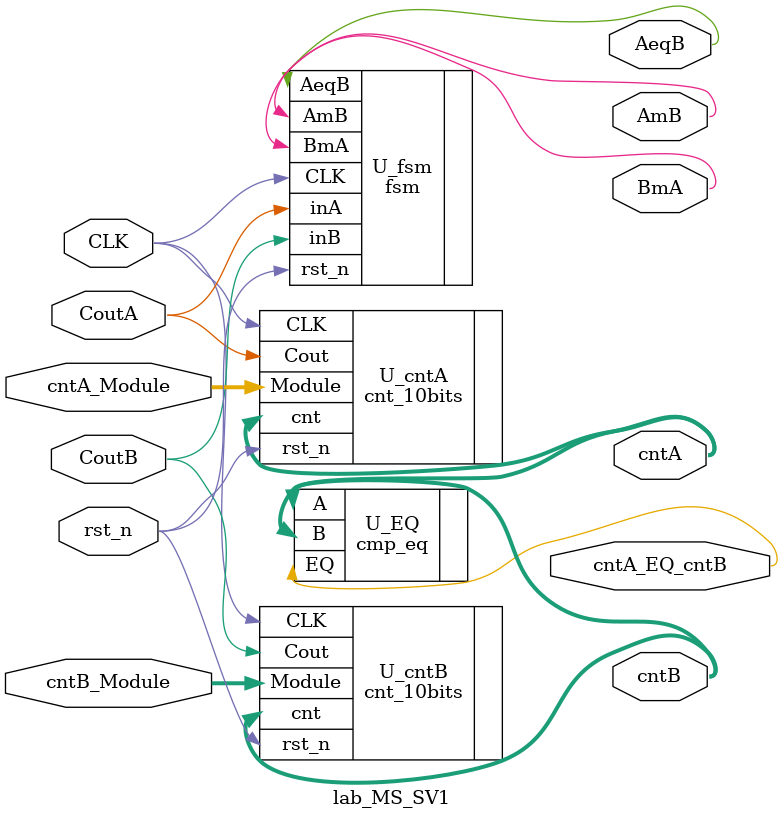
<source format=sv>
module lab_MS_SV1 (
  input  bit       CLK,
  input  bit [9:0] cntA_Module,
  input  bit [9:0] cntB_Module,
  input  bit       rst_n,
  input  bit       CoutA,
  input  bit       CoutB,
  output bit [9:0] cntA,
  output bit [9:0] cntB,
  output bit       cntA_EQ_cntB,
  output bit       AeqB,
  output bit       AmB,
  output bit       BmA
);

  cnt_10bits U_cntA (
    .CLK   (CLK),
    .Module(cntA_Module),
    .rst_n (rst_n),
    .Cout  (CoutA),
    .cnt   (cntA)
  );
  cnt_10bits U_cntB (
    .CLK   (CLK),
    .Module(cntB_Module),
    .rst_n (rst_n),
    .Cout  (CoutB),
    .cnt   (cntB)
  );
  cmp_eq U_EQ (
    .A (cntA),
    .B (cntB),
    .EQ(cntA_EQ_cntB)
  );
  fsm U_fsm (
    .CLK  (CLK),
    .rst_n(rst_n),
    .inA  (CoutA),
    .inB  (CoutB),
    .AeqB (AeqB),
    .AmB  (AmB),
    .BmA  (BmA)
  );

endmodule

</source>
